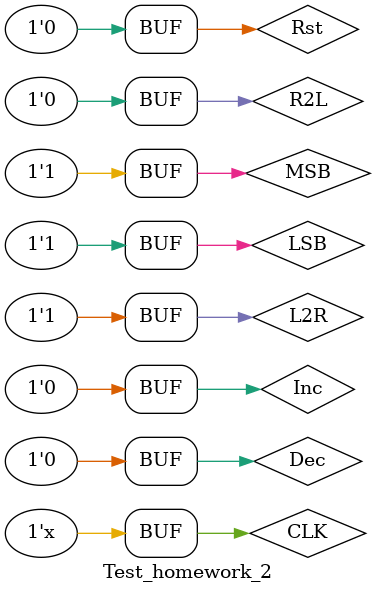
<source format=sv>
`timescale 1ns/1ps 		// time unit / compiler time precision

module Test_homework_2();

	// Set up variables 
	reg		CLK; 
	reg		MSB;
	reg     LSB;
	reg		Rst;
	reg		Inc;		        
	reg 	Dec;		       
	reg		L2R;			
	reg		R2L;	
	
	// Output variables
	wire[7:0]	Out;
	
	// module under test 
	Homework_2 H_2 (
		.Clock(CLK),
		.CounterOut(Out),
		.CounterInMSB(MSB),
		.CounterInLSB(LSB),
		.DoReset(Rst),
		.DoIncrement(Inc),
		.DoDecrement(Dec),
		.DoShiftL2R(L2R),
		.DoShiftR2L(R2L)
		);

	// Init Clock of period (10*TimeUnit)/2
	always #10 CLK = ~CLK;
	
	initial 
		begin 
		// instantiate all variables 
		CLK = 1'b0;
		Inc = 1'b0;
		Dec = 1'b0;
		MSB = 1'b0;
		LSB = 1'b0;
		L2R = 1'b0;
		R2L = 1'b0;
		
		Rst = 1'b1;
		
		#30;
		
		// testing incrementation
		Rst = 1'b0;
		Inc = 1'b1;
		
		#150 
		
		// testing decrementation
		Inc = 1'b0;
		Dec = 1'b1;
		
		#70 
		
		// testing reset
		Dec = 1'b0;
		Rst = 1'b1;
		
		#20
		
		// Increment before L2R 
		Rst = 1'b0;
		Inc = 1'b1;
		
		#200
		Inc = 1'b0;
		L2R = 1'b1;
		
		#100
		
		// Increment before R2L
		L2R = 1'b0;
		Inc = 1'b1;
		
		#200
		Inc = 1'b0;
		R2L = 1'b1;
		
		#60
		
		// Testing LSB
		R2L = 1'b0;
		LSB = 1'b1;
		R2L = 1'b1;
		
		#60
		
		// Testing MSB
		R2L	= 1'b0;
		MSB = 1'b1;
		L2R	= 1'b1;

		end
endmodule 


</source>
